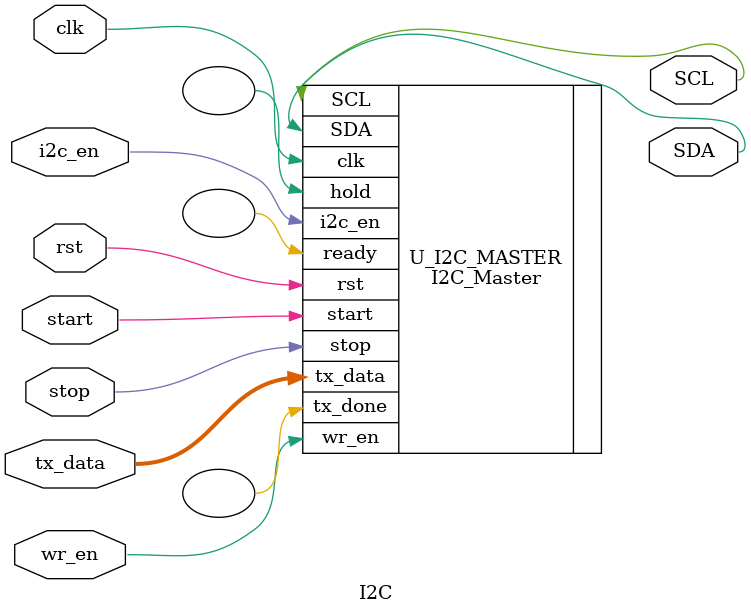
<source format=v>
`timescale 1ns / 1ps

module I2C (
    input        clk,
    input        rst,
    input  [7:0] tx_data,
    input        start,
    input        i2c_en,
    input        wr_en,
    input        stop,
    // output       hold,
    // output       tx_done,
    // output       ready,
    output       SDA,
    output       SCL
);

    // output [7:0] data

    I2C_Master U_I2C_MASTER (
        .clk(clk),
        .rst(rst),
        .tx_data(tx_data),
        .tx_done(),
        .hold(),
        .ready(),
        .start(start),
        .i2c_en(i2c_en),
        .wr_en(wr_en),
        .stop(stop),
        .SDA(SDA),
        .SCL(SCL)
    );

    // I2C_Slave U_I2C_SLAVE (
    //     .clk (clk),
    //     .rst (rst),
    //     .SDA (SDA),
    //     .SCL (SCL),
    //     .data(data)
    // );

endmodule

</source>
